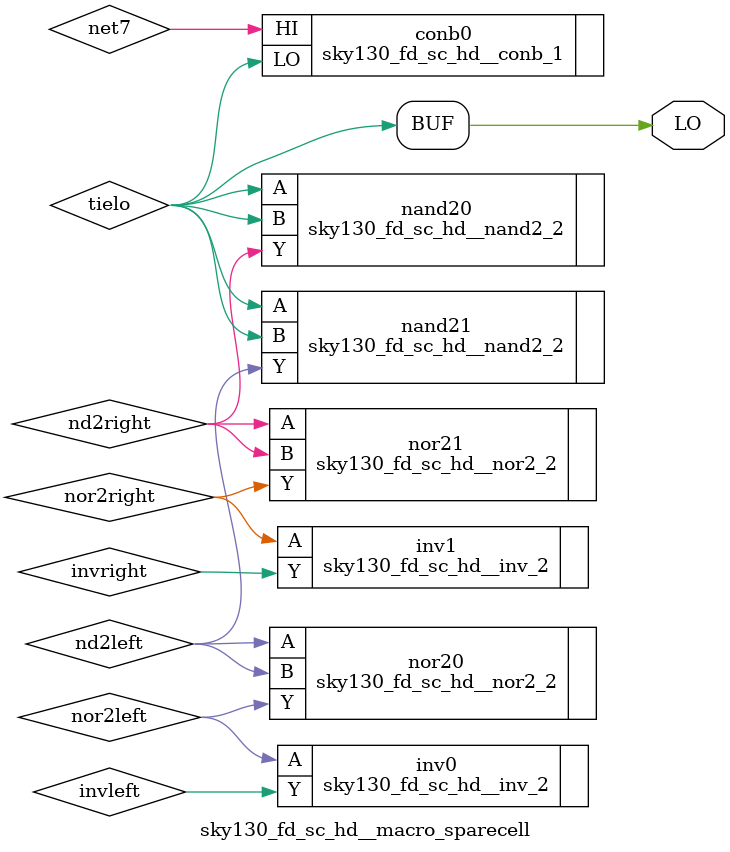
<source format=v>
/*
 * Copyright 2020 The SkyWater PDK Authors
 *
 * Licensed under the Apache License, Version 2.0 (the "License");
 * you may not use this file except in compliance with the License.
 * You may obtain a copy of the License at
 *
 *     https://www.apache.org/licenses/LICENSE-2.0
 *
 * Unless required by applicable law or agreed to in writing, software
 * distributed under the License is distributed on an "AS IS" BASIS,
 * WITHOUT WARRANTIES OR CONDITIONS OF ANY KIND, either express or implied.
 * See the License for the specific language governing permissions and
 * limitations under the License.
 *
 * SPDX-License-Identifier: Apache-2.0
*/


`ifndef SKY130_FD_SC_HD__MACRO_SPARECELL_FUNCTIONAL_V
`define SKY130_FD_SC_HD__MACRO_SPARECELL_FUNCTIONAL_V

/**
 * macro_sparecell: Macro cell for metal-mask-only revisioning,
 *                  containing inverter, 2-input NOR, 2-input NAND,
 *                  and constant cell.
 *
 * Verilog simulation functional model.
 */

`timescale 1ns / 1ps
`default_nettype none

// Import sub cells.
`include "../conb/sky130_fd_sc_hd__conb.v"
`include "../nor2/sky130_fd_sc_hd__nor2.v"
`include "../inv/sky130_fd_sc_hd__inv.v"
`include "../nand2/sky130_fd_sc_hd__nand2.v"

`celldefine
module sky130_fd_sc_hd__macro_sparecell (
    LO
);

    // Module ports
    output LO;

    // Local signals
    wire nor2left ;
    wire invleft  ;
    wire nor2right;
    wire invright ;
    wire nd2left  ;
    wire nd2right ;
    wire tielo    ;
    wire net7     ;

    //                       Name    Output         Other arguments
    sky130_fd_sc_hd__inv_2   inv0   (.A(nor2left) , .Y(invleft)                );
    sky130_fd_sc_hd__inv_2   inv1   (.A(nor2right), .Y(invright)               );
    sky130_fd_sc_hd__nor2_2  nor20  (.B(nd2left)  , .A(nd2left), .Y(nor2left)  );
    sky130_fd_sc_hd__nor2_2  nor21  (.B(nd2right) , .A(nd2right), .Y(nor2right));
    sky130_fd_sc_hd__nand2_2 nand20 (.B(tielo)    , .A(tielo), .Y(nd2right)    );
    sky130_fd_sc_hd__nand2_2 nand21 (.B(tielo)    , .A(tielo), .Y(nd2left)     );
    sky130_fd_sc_hd__conb_1  conb0  (.LO(tielo)   , .HI(net7)                  );
    buf                      buf0   (LO           , tielo                      );

endmodule
`endcelldefine

`default_nettype wire
`endif  // SKY130_FD_SC_HD__MACRO_SPARECELL_FUNCTIONAL_V
</source>
